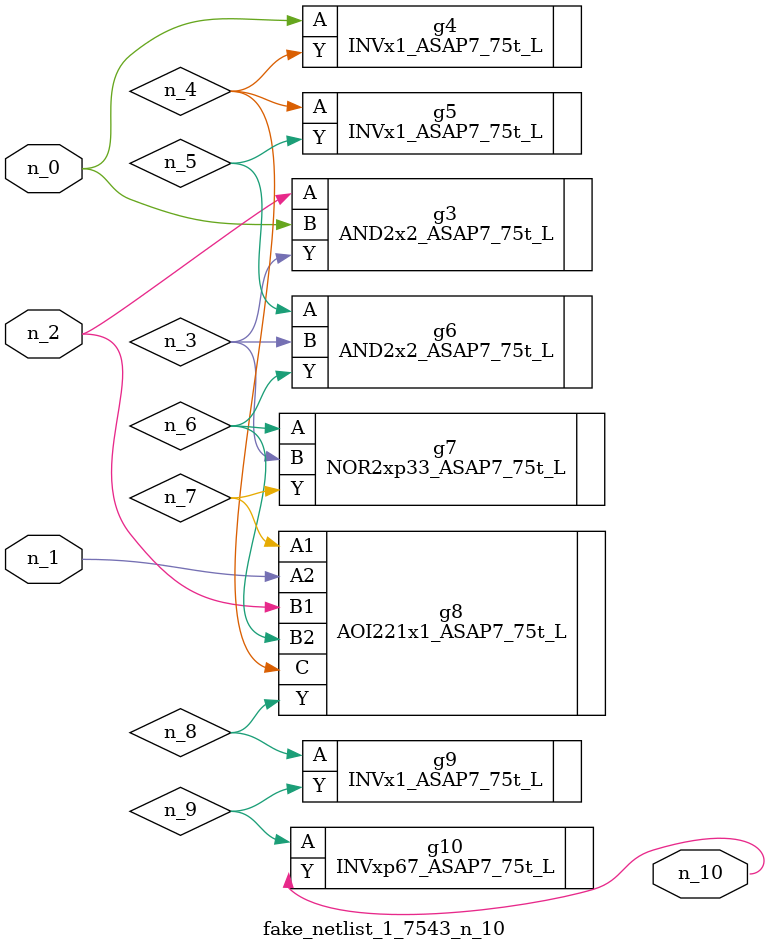
<source format=v>
module fake_netlist_1_7543_n_10 (n_1, n_2, n_0, n_10);
input n_1;
input n_2;
input n_0;
output n_10;
wire n_6;
wire n_4;
wire n_3;
wire n_9;
wire n_5;
wire n_7;
wire n_8;
AND2x2_ASAP7_75t_L g3 ( .A(n_2), .B(n_0), .Y(n_3) );
INVx1_ASAP7_75t_L g4 ( .A(n_0), .Y(n_4) );
INVx1_ASAP7_75t_L g5 ( .A(n_4), .Y(n_5) );
AND2x2_ASAP7_75t_L g6 ( .A(n_5), .B(n_3), .Y(n_6) );
NOR2xp33_ASAP7_75t_L g7 ( .A(n_6), .B(n_3), .Y(n_7) );
AOI221x1_ASAP7_75t_L g8 ( .A1(n_7), .A2(n_1), .B1(n_2), .B2(n_6), .C(n_4), .Y(n_8) );
INVx1_ASAP7_75t_L g9 ( .A(n_8), .Y(n_9) );
INVxp67_ASAP7_75t_L g10 ( .A(n_9), .Y(n_10) );
endmodule
</source>
